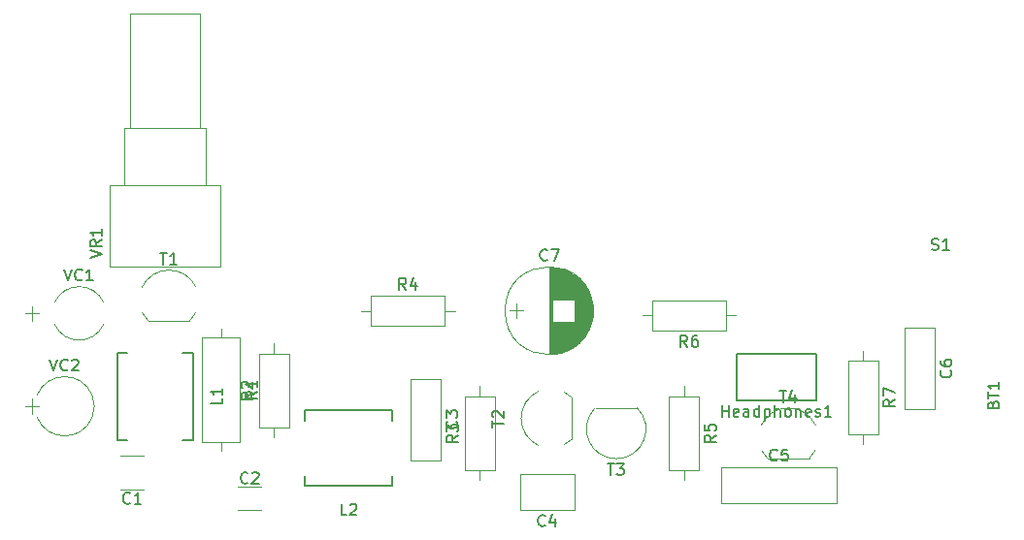
<source format=gbr>
G04 #@! TF.FileFunction,Legend,Top*
%FSLAX46Y46*%
G04 Gerber Fmt 4.6, Leading zero omitted, Abs format (unit mm)*
G04 Created by KiCad (PCBNEW 4.0.5) date 06/01/17 17:38:21*
%MOMM*%
%LPD*%
G01*
G04 APERTURE LIST*
%ADD10C,0.100000*%
%ADD11C,0.120000*%
%ADD12C,0.150000*%
G04 APERTURE END LIST*
D10*
D11*
X87285320Y-116044160D02*
X89285320Y-116044160D01*
X89285320Y-113084160D02*
X87285320Y-113084160D01*
X99550600Y-115774280D02*
X97550600Y-115774280D01*
X97550600Y-117814280D02*
X99550600Y-117814280D01*
X115234080Y-106335000D02*
X115234080Y-113455000D01*
X112614080Y-106335000D02*
X112614080Y-113455000D01*
X115234080Y-106335000D02*
X112614080Y-106335000D01*
X115234080Y-113455000D02*
X112614080Y-113455000D01*
X126850800Y-117770080D02*
X122130800Y-117770080D01*
X126850800Y-114650080D02*
X122130800Y-114650080D01*
X126850800Y-117770080D02*
X126850800Y-114650080D01*
X122130800Y-117770080D02*
X122130800Y-114650080D01*
X139653000Y-114060800D02*
X149773000Y-114060800D01*
X139653000Y-117180800D02*
X149773000Y-117180800D01*
X139653000Y-114060800D02*
X139653000Y-117180800D01*
X149773000Y-114060800D02*
X149773000Y-117180800D01*
X158327720Y-101879840D02*
X158327720Y-108999840D01*
X155707720Y-101879840D02*
X155707720Y-108999840D01*
X158327720Y-101879840D02*
X155707720Y-101879840D01*
X158327720Y-108999840D02*
X155707720Y-108999840D01*
X124667960Y-96596040D02*
X124667960Y-104196040D01*
X124707960Y-96596040D02*
X124707960Y-104196040D01*
X124747960Y-96596040D02*
X124747960Y-104196040D01*
X124787960Y-96597040D02*
X124787960Y-104195040D01*
X124827960Y-96599040D02*
X124827960Y-104193040D01*
X124867960Y-96601040D02*
X124867960Y-104191040D01*
X124907960Y-96603040D02*
X124907960Y-104189040D01*
X124947960Y-96606040D02*
X124947960Y-99416040D01*
X124947960Y-101376040D02*
X124947960Y-104186040D01*
X124987960Y-96609040D02*
X124987960Y-99416040D01*
X124987960Y-101376040D02*
X124987960Y-104183040D01*
X125027960Y-96612040D02*
X125027960Y-99416040D01*
X125027960Y-101376040D02*
X125027960Y-104180040D01*
X125067960Y-96616040D02*
X125067960Y-99416040D01*
X125067960Y-101376040D02*
X125067960Y-104176040D01*
X125107960Y-96621040D02*
X125107960Y-99416040D01*
X125107960Y-101376040D02*
X125107960Y-104171040D01*
X125147960Y-96626040D02*
X125147960Y-99416040D01*
X125147960Y-101376040D02*
X125147960Y-104166040D01*
X125187960Y-96631040D02*
X125187960Y-99416040D01*
X125187960Y-101376040D02*
X125187960Y-104161040D01*
X125227960Y-96637040D02*
X125227960Y-99416040D01*
X125227960Y-101376040D02*
X125227960Y-104155040D01*
X125267960Y-96643040D02*
X125267960Y-99416040D01*
X125267960Y-101376040D02*
X125267960Y-104149040D01*
X125307960Y-96649040D02*
X125307960Y-99416040D01*
X125307960Y-101376040D02*
X125307960Y-104143040D01*
X125347960Y-96656040D02*
X125347960Y-99416040D01*
X125347960Y-101376040D02*
X125347960Y-104136040D01*
X125388960Y-96664040D02*
X125388960Y-99416040D01*
X125388960Y-101376040D02*
X125388960Y-104128040D01*
X125428960Y-96671040D02*
X125428960Y-99416040D01*
X125428960Y-101376040D02*
X125428960Y-104121040D01*
X125468960Y-96680040D02*
X125468960Y-99416040D01*
X125468960Y-101376040D02*
X125468960Y-104112040D01*
X125508960Y-96689040D02*
X125508960Y-99416040D01*
X125508960Y-101376040D02*
X125508960Y-104103040D01*
X125548960Y-96698040D02*
X125548960Y-99416040D01*
X125548960Y-101376040D02*
X125548960Y-104094040D01*
X125588960Y-96707040D02*
X125588960Y-99416040D01*
X125588960Y-101376040D02*
X125588960Y-104085040D01*
X125628960Y-96717040D02*
X125628960Y-99416040D01*
X125628960Y-101376040D02*
X125628960Y-104075040D01*
X125668960Y-96728040D02*
X125668960Y-99416040D01*
X125668960Y-101376040D02*
X125668960Y-104064040D01*
X125708960Y-96739040D02*
X125708960Y-99416040D01*
X125708960Y-101376040D02*
X125708960Y-104053040D01*
X125748960Y-96751040D02*
X125748960Y-99416040D01*
X125748960Y-101376040D02*
X125748960Y-104041040D01*
X125788960Y-96762040D02*
X125788960Y-99416040D01*
X125788960Y-101376040D02*
X125788960Y-104030040D01*
X125828960Y-96775040D02*
X125828960Y-99416040D01*
X125828960Y-101376040D02*
X125828960Y-104017040D01*
X125868960Y-96788040D02*
X125868960Y-99416040D01*
X125868960Y-101376040D02*
X125868960Y-104004040D01*
X125908960Y-96801040D02*
X125908960Y-99416040D01*
X125908960Y-101376040D02*
X125908960Y-103991040D01*
X125948960Y-96815040D02*
X125948960Y-99416040D01*
X125948960Y-101376040D02*
X125948960Y-103977040D01*
X125988960Y-96830040D02*
X125988960Y-99416040D01*
X125988960Y-101376040D02*
X125988960Y-103962040D01*
X126028960Y-96844040D02*
X126028960Y-99416040D01*
X126028960Y-101376040D02*
X126028960Y-103948040D01*
X126068960Y-96860040D02*
X126068960Y-99416040D01*
X126068960Y-101376040D02*
X126068960Y-103932040D01*
X126108960Y-96876040D02*
X126108960Y-99416040D01*
X126108960Y-101376040D02*
X126108960Y-103916040D01*
X126148960Y-96892040D02*
X126148960Y-99416040D01*
X126148960Y-101376040D02*
X126148960Y-103900040D01*
X126188960Y-96909040D02*
X126188960Y-99416040D01*
X126188960Y-101376040D02*
X126188960Y-103883040D01*
X126228960Y-96927040D02*
X126228960Y-99416040D01*
X126228960Y-101376040D02*
X126228960Y-103865040D01*
X126268960Y-96945040D02*
X126268960Y-99416040D01*
X126268960Y-101376040D02*
X126268960Y-103847040D01*
X126308960Y-96963040D02*
X126308960Y-99416040D01*
X126308960Y-101376040D02*
X126308960Y-103829040D01*
X126348960Y-96983040D02*
X126348960Y-99416040D01*
X126348960Y-101376040D02*
X126348960Y-103809040D01*
X126388960Y-97002040D02*
X126388960Y-99416040D01*
X126388960Y-101376040D02*
X126388960Y-103790040D01*
X126428960Y-97023040D02*
X126428960Y-99416040D01*
X126428960Y-101376040D02*
X126428960Y-103769040D01*
X126468960Y-97044040D02*
X126468960Y-99416040D01*
X126468960Y-101376040D02*
X126468960Y-103748040D01*
X126508960Y-97065040D02*
X126508960Y-99416040D01*
X126508960Y-101376040D02*
X126508960Y-103727040D01*
X126548960Y-97087040D02*
X126548960Y-99416040D01*
X126548960Y-101376040D02*
X126548960Y-103705040D01*
X126588960Y-97110040D02*
X126588960Y-99416040D01*
X126588960Y-101376040D02*
X126588960Y-103682040D01*
X126628960Y-97133040D02*
X126628960Y-99416040D01*
X126628960Y-101376040D02*
X126628960Y-103659040D01*
X126668960Y-97157040D02*
X126668960Y-99416040D01*
X126668960Y-101376040D02*
X126668960Y-103635040D01*
X126708960Y-97182040D02*
X126708960Y-99416040D01*
X126708960Y-101376040D02*
X126708960Y-103610040D01*
X126748960Y-97208040D02*
X126748960Y-99416040D01*
X126748960Y-101376040D02*
X126748960Y-103584040D01*
X126788960Y-97234040D02*
X126788960Y-99416040D01*
X126788960Y-101376040D02*
X126788960Y-103558040D01*
X126828960Y-97261040D02*
X126828960Y-99416040D01*
X126828960Y-101376040D02*
X126828960Y-103531040D01*
X126868960Y-97288040D02*
X126868960Y-99416040D01*
X126868960Y-101376040D02*
X126868960Y-103504040D01*
X126908960Y-97317040D02*
X126908960Y-103475040D01*
X126948960Y-97346040D02*
X126948960Y-103446040D01*
X126988960Y-97376040D02*
X126988960Y-103416040D01*
X127028960Y-97406040D02*
X127028960Y-103386040D01*
X127068960Y-97438040D02*
X127068960Y-103354040D01*
X127108960Y-97470040D02*
X127108960Y-103322040D01*
X127148960Y-97504040D02*
X127148960Y-103288040D01*
X127188960Y-97538040D02*
X127188960Y-103254040D01*
X127228960Y-97573040D02*
X127228960Y-103219040D01*
X127268960Y-97610040D02*
X127268960Y-103182040D01*
X127308960Y-97647040D02*
X127308960Y-103145040D01*
X127348960Y-97685040D02*
X127348960Y-103107040D01*
X127388960Y-97725040D02*
X127388960Y-103067040D01*
X127428960Y-97766040D02*
X127428960Y-103026040D01*
X127468960Y-97808040D02*
X127468960Y-102984040D01*
X127508960Y-97851040D02*
X127508960Y-102941040D01*
X127548960Y-97896040D02*
X127548960Y-102896040D01*
X127588960Y-97942040D02*
X127588960Y-102850040D01*
X127628960Y-97989040D02*
X127628960Y-102803040D01*
X127668960Y-98039040D02*
X127668960Y-102753040D01*
X127708960Y-98089040D02*
X127708960Y-102703040D01*
X127748960Y-98142040D02*
X127748960Y-102650040D01*
X127788960Y-98197040D02*
X127788960Y-102595040D01*
X127828960Y-98254040D02*
X127828960Y-102538040D01*
X127868960Y-98313040D02*
X127868960Y-102479040D01*
X127908960Y-98374040D02*
X127908960Y-102418040D01*
X127948960Y-98439040D02*
X127948960Y-102353040D01*
X127988960Y-98506040D02*
X127988960Y-102286040D01*
X128028960Y-98576040D02*
X128028960Y-102216040D01*
X128068960Y-98651040D02*
X128068960Y-102141040D01*
X128108960Y-98729040D02*
X128108960Y-102063040D01*
X128148960Y-98812040D02*
X128148960Y-101980040D01*
X128188960Y-98901040D02*
X128188960Y-101891040D01*
X128228960Y-98996040D02*
X128228960Y-101796040D01*
X128268960Y-99099040D02*
X128268960Y-101693040D01*
X128308960Y-99212040D02*
X128308960Y-101580040D01*
X128348960Y-99339040D02*
X128348960Y-101453040D01*
X128388960Y-99483040D02*
X128388960Y-101309040D01*
X128428960Y-99656040D02*
X128428960Y-101136040D01*
X128468960Y-99883040D02*
X128468960Y-100909040D01*
X121217960Y-100396040D02*
X122417960Y-100396040D01*
X121817960Y-99746040D02*
X121817960Y-101046040D01*
X128507960Y-100396040D02*
G75*
G03X128507960Y-100396040I-3840000J0D01*
G01*
D12*
X140991080Y-108198240D02*
X147991080Y-108198240D01*
X140991080Y-104198240D02*
X147991080Y-104198240D01*
X147991080Y-104198240D02*
X147991080Y-108198240D01*
X140991080Y-104198240D02*
X140991080Y-108198240D01*
X92682060Y-111681260D02*
X93581220Y-111681260D01*
X87881460Y-104081580D02*
X86982300Y-104081580D01*
X86982300Y-104081580D02*
X86982300Y-111681260D01*
X86982300Y-111681260D02*
X87881460Y-111681260D01*
X93581220Y-111681260D02*
X93581220Y-104081580D01*
X93581220Y-104081580D02*
X92682060Y-104081580D01*
X103388160Y-114795300D02*
X103388160Y-115694460D01*
X110987840Y-109994700D02*
X110987840Y-109095540D01*
X110987840Y-109095540D02*
X103388160Y-109095540D01*
X103388160Y-109095540D02*
X103388160Y-109994700D01*
X103388160Y-115694460D02*
X110987840Y-115694460D01*
X110987840Y-115694460D02*
X110987840Y-114795300D01*
D11*
X97712640Y-102739760D02*
X94392640Y-102739760D01*
X94392640Y-102739760D02*
X94392640Y-111859760D01*
X94392640Y-111859760D02*
X97712640Y-111859760D01*
X97712640Y-111859760D02*
X97712640Y-102739760D01*
X96052640Y-101929760D02*
X96052640Y-102739760D01*
X96052640Y-112669760D02*
X96052640Y-111859760D01*
X99365440Y-110575800D02*
X101985440Y-110575800D01*
X101985440Y-110575800D02*
X101985440Y-104155800D01*
X101985440Y-104155800D02*
X99365440Y-104155800D01*
X99365440Y-104155800D02*
X99365440Y-110575800D01*
X100675440Y-111465800D02*
X100675440Y-110575800D01*
X100675440Y-103265800D02*
X100675440Y-104155800D01*
X117287680Y-114304520D02*
X119907680Y-114304520D01*
X119907680Y-114304520D02*
X119907680Y-107884520D01*
X119907680Y-107884520D02*
X117287680Y-107884520D01*
X117287680Y-107884520D02*
X117287680Y-114304520D01*
X118597680Y-115194520D02*
X118597680Y-114304520D01*
X118597680Y-106994520D02*
X118597680Y-107884520D01*
X109134200Y-99101280D02*
X109134200Y-101721280D01*
X109134200Y-101721280D02*
X115554200Y-101721280D01*
X115554200Y-101721280D02*
X115554200Y-99101280D01*
X115554200Y-99101280D02*
X109134200Y-99101280D01*
X108244200Y-100411280D02*
X109134200Y-100411280D01*
X116444200Y-100411280D02*
X115554200Y-100411280D01*
X137763880Y-107884520D02*
X135143880Y-107884520D01*
X135143880Y-107884520D02*
X135143880Y-114304520D01*
X135143880Y-114304520D02*
X137763880Y-114304520D01*
X137763880Y-114304520D02*
X137763880Y-107884520D01*
X136453880Y-106994520D02*
X136453880Y-107884520D01*
X136453880Y-115194520D02*
X136453880Y-114304520D01*
X140090600Y-102097200D02*
X140090600Y-99477200D01*
X140090600Y-99477200D02*
X133670600Y-99477200D01*
X133670600Y-99477200D02*
X133670600Y-102097200D01*
X133670600Y-102097200D02*
X140090600Y-102097200D01*
X140980600Y-100787200D02*
X140090600Y-100787200D01*
X132780600Y-100787200D02*
X133670600Y-100787200D01*
X153384880Y-104765400D02*
X150764880Y-104765400D01*
X150764880Y-104765400D02*
X150764880Y-111185400D01*
X150764880Y-111185400D02*
X153384880Y-111185400D01*
X153384880Y-111185400D02*
X153384880Y-104765400D01*
X152074880Y-103875400D02*
X152074880Y-104765400D01*
X152074880Y-112075400D02*
X152074880Y-111185400D01*
X132320440Y-108873680D02*
X128720440Y-108873680D01*
X132358918Y-108885202D02*
G75*
G02X130520440Y-113323680I-1838478J-1838478D01*
G01*
X128681962Y-108885202D02*
G75*
G03X130520440Y-113323680I1838478J-1838478D01*
G01*
X78972040Y-100629720D02*
X80172040Y-100629720D01*
X79572040Y-99979720D02*
X79572040Y-101279720D01*
X85797250Y-99650392D02*
G75*
G03X81547140Y-99649720I-2125210J-979328D01*
G01*
X85797250Y-101609048D02*
G75*
G02X81547140Y-101609720I-2125210J979328D01*
G01*
X78957440Y-108742480D02*
X80157440Y-108742480D01*
X79557440Y-108092480D02*
X79557440Y-109392480D01*
X84804303Y-107761080D02*
G75*
G03X80010004Y-107762480I-2396863J-981400D01*
G01*
X84804303Y-109723880D02*
G75*
G02X80010004Y-109722480I-2396863J981400D01*
G01*
X84804303Y-109723880D02*
G75*
G03X84804876Y-107762480I-2396863J981400D01*
G01*
X86365200Y-96587840D02*
X86365200Y-89417840D01*
X95985200Y-96587840D02*
X95985200Y-89417840D01*
X86365200Y-96587840D02*
X95985200Y-96587840D01*
X86365200Y-89417840D02*
X95985200Y-89417840D01*
X87615200Y-89417840D02*
X87615200Y-84417840D01*
X94735200Y-89417840D02*
X94735200Y-84417840D01*
X87615200Y-89417840D02*
X94735200Y-89417840D01*
X87615200Y-84417840D02*
X94735200Y-84417840D01*
X88115200Y-84417840D02*
X88115200Y-74416840D01*
X94235200Y-84417840D02*
X94235200Y-74416840D01*
X88115200Y-84417840D02*
X94235200Y-84417840D01*
X88115200Y-74416840D02*
X94235200Y-74416840D01*
X126675760Y-111599120D02*
X126675760Y-107999120D01*
X125948555Y-112123304D02*
G75*
G03X126675760Y-111599120I-1122795J2324184D01*
G01*
X123726953Y-112155520D02*
G75*
G02X122225760Y-109799120I1098807J2356400D01*
G01*
X123726953Y-107442720D02*
G75*
G03X122225760Y-109799120I1098807J-2356400D01*
G01*
X125948555Y-107474936D02*
G75*
G02X126675760Y-107999120I-1122795J-2324184D01*
G01*
X143742000Y-113335680D02*
X147342000Y-113335680D01*
X143217816Y-112608475D02*
G75*
G03X143742000Y-113335680I2324184J1122795D01*
G01*
X143185600Y-110386873D02*
G75*
G02X145542000Y-108885680I2356400J-1098807D01*
G01*
X147898400Y-110386873D02*
G75*
G03X145542000Y-108885680I-2356400J-1098807D01*
G01*
X147866184Y-112608475D02*
G75*
G02X147342000Y-113335680I-2324184J1122795D01*
G01*
X89711120Y-101296080D02*
X93311120Y-101296080D01*
X89186936Y-100568875D02*
G75*
G03X89711120Y-101296080I2324184J1122795D01*
G01*
X89154720Y-98347273D02*
G75*
G02X91511120Y-96846080I2356400J-1098807D01*
G01*
X93867520Y-98347273D02*
G75*
G03X91511120Y-96846080I-2356400J-1098807D01*
G01*
X93835304Y-100568875D02*
G75*
G02X93311120Y-101296080I-2324184J1122795D01*
G01*
D12*
X163402971Y-108588394D02*
X163450590Y-108445537D01*
X163498210Y-108397918D01*
X163593448Y-108350299D01*
X163736305Y-108350299D01*
X163831543Y-108397918D01*
X163879162Y-108445537D01*
X163926781Y-108540775D01*
X163926781Y-108921728D01*
X162926781Y-108921728D01*
X162926781Y-108588394D01*
X162974400Y-108493156D01*
X163022019Y-108445537D01*
X163117257Y-108397918D01*
X163212495Y-108397918D01*
X163307733Y-108445537D01*
X163355352Y-108493156D01*
X163402971Y-108588394D01*
X163402971Y-108921728D01*
X162926781Y-108064585D02*
X162926781Y-107493156D01*
X163926781Y-107778871D02*
X162926781Y-107778871D01*
X163926781Y-106636013D02*
X163926781Y-107207442D01*
X163926781Y-106921728D02*
X162926781Y-106921728D01*
X163069638Y-107016966D01*
X163164876Y-107112204D01*
X163212495Y-107207442D01*
X88118654Y-117171303D02*
X88071035Y-117218922D01*
X87928178Y-117266541D01*
X87832940Y-117266541D01*
X87690082Y-117218922D01*
X87594844Y-117123684D01*
X87547225Y-117028446D01*
X87499606Y-116837970D01*
X87499606Y-116695112D01*
X87547225Y-116504636D01*
X87594844Y-116409398D01*
X87690082Y-116314160D01*
X87832940Y-116266541D01*
X87928178Y-116266541D01*
X88071035Y-116314160D01*
X88118654Y-116361779D01*
X89071035Y-117266541D02*
X88499606Y-117266541D01*
X88785320Y-117266541D02*
X88785320Y-116266541D01*
X88690082Y-116409398D01*
X88594844Y-116504636D01*
X88499606Y-116552255D01*
X98383934Y-115401423D02*
X98336315Y-115449042D01*
X98193458Y-115496661D01*
X98098220Y-115496661D01*
X97955362Y-115449042D01*
X97860124Y-115353804D01*
X97812505Y-115258566D01*
X97764886Y-115068090D01*
X97764886Y-114925232D01*
X97812505Y-114734756D01*
X97860124Y-114639518D01*
X97955362Y-114544280D01*
X98098220Y-114496661D01*
X98193458Y-114496661D01*
X98336315Y-114544280D01*
X98383934Y-114591899D01*
X98764886Y-114591899D02*
X98812505Y-114544280D01*
X98907743Y-114496661D01*
X99145839Y-114496661D01*
X99241077Y-114544280D01*
X99288696Y-114591899D01*
X99336315Y-114687137D01*
X99336315Y-114782375D01*
X99288696Y-114925232D01*
X98717267Y-115496661D01*
X99336315Y-115496661D01*
X116591223Y-110061666D02*
X116638842Y-110109285D01*
X116686461Y-110252142D01*
X116686461Y-110347380D01*
X116638842Y-110490238D01*
X116543604Y-110585476D01*
X116448366Y-110633095D01*
X116257890Y-110680714D01*
X116115032Y-110680714D01*
X115924556Y-110633095D01*
X115829318Y-110585476D01*
X115734080Y-110490238D01*
X115686461Y-110347380D01*
X115686461Y-110252142D01*
X115734080Y-110109285D01*
X115781699Y-110061666D01*
X115686461Y-109728333D02*
X115686461Y-109109285D01*
X116067413Y-109442619D01*
X116067413Y-109299761D01*
X116115032Y-109204523D01*
X116162651Y-109156904D01*
X116257890Y-109109285D01*
X116495985Y-109109285D01*
X116591223Y-109156904D01*
X116638842Y-109204523D01*
X116686461Y-109299761D01*
X116686461Y-109585476D01*
X116638842Y-109680714D01*
X116591223Y-109728333D01*
X124324134Y-119127223D02*
X124276515Y-119174842D01*
X124133658Y-119222461D01*
X124038420Y-119222461D01*
X123895562Y-119174842D01*
X123800324Y-119079604D01*
X123752705Y-118984366D01*
X123705086Y-118793890D01*
X123705086Y-118651032D01*
X123752705Y-118460556D01*
X123800324Y-118365318D01*
X123895562Y-118270080D01*
X124038420Y-118222461D01*
X124133658Y-118222461D01*
X124276515Y-118270080D01*
X124324134Y-118317699D01*
X125181277Y-118555794D02*
X125181277Y-119222461D01*
X124943181Y-118174842D02*
X124705086Y-118889128D01*
X125324134Y-118889128D01*
X144546334Y-113417943D02*
X144498715Y-113465562D01*
X144355858Y-113513181D01*
X144260620Y-113513181D01*
X144117762Y-113465562D01*
X144022524Y-113370324D01*
X143974905Y-113275086D01*
X143927286Y-113084610D01*
X143927286Y-112941752D01*
X143974905Y-112751276D01*
X144022524Y-112656038D01*
X144117762Y-112560800D01*
X144260620Y-112513181D01*
X144355858Y-112513181D01*
X144498715Y-112560800D01*
X144546334Y-112608419D01*
X145451096Y-112513181D02*
X144974905Y-112513181D01*
X144927286Y-112989371D01*
X144974905Y-112941752D01*
X145070143Y-112894133D01*
X145308239Y-112894133D01*
X145403477Y-112941752D01*
X145451096Y-112989371D01*
X145498715Y-113084610D01*
X145498715Y-113322705D01*
X145451096Y-113417943D01*
X145403477Y-113465562D01*
X145308239Y-113513181D01*
X145070143Y-113513181D01*
X144974905Y-113465562D01*
X144927286Y-113417943D01*
X159684863Y-105606506D02*
X159732482Y-105654125D01*
X159780101Y-105796982D01*
X159780101Y-105892220D01*
X159732482Y-106035078D01*
X159637244Y-106130316D01*
X159542006Y-106177935D01*
X159351530Y-106225554D01*
X159208672Y-106225554D01*
X159018196Y-106177935D01*
X158922958Y-106130316D01*
X158827720Y-106035078D01*
X158780101Y-105892220D01*
X158780101Y-105796982D01*
X158827720Y-105654125D01*
X158875339Y-105606506D01*
X158780101Y-104749363D02*
X158780101Y-104939840D01*
X158827720Y-105035078D01*
X158875339Y-105082697D01*
X159018196Y-105177935D01*
X159208672Y-105225554D01*
X159589625Y-105225554D01*
X159684863Y-105177935D01*
X159732482Y-105130316D01*
X159780101Y-105035078D01*
X159780101Y-104844601D01*
X159732482Y-104749363D01*
X159684863Y-104701744D01*
X159589625Y-104654125D01*
X159351530Y-104654125D01*
X159256291Y-104701744D01*
X159208672Y-104749363D01*
X159161053Y-104844601D01*
X159161053Y-105035078D01*
X159208672Y-105130316D01*
X159256291Y-105177935D01*
X159351530Y-105225554D01*
X124501294Y-95943183D02*
X124453675Y-95990802D01*
X124310818Y-96038421D01*
X124215580Y-96038421D01*
X124072722Y-95990802D01*
X123977484Y-95895564D01*
X123929865Y-95800326D01*
X123882246Y-95609850D01*
X123882246Y-95466992D01*
X123929865Y-95276516D01*
X123977484Y-95181278D01*
X124072722Y-95086040D01*
X124215580Y-95038421D01*
X124310818Y-95038421D01*
X124453675Y-95086040D01*
X124501294Y-95133659D01*
X124834627Y-95038421D02*
X125501294Y-95038421D01*
X125072722Y-96038421D01*
X139752984Y-109650621D02*
X139752984Y-108650621D01*
X139752984Y-109126811D02*
X140324413Y-109126811D01*
X140324413Y-109650621D02*
X140324413Y-108650621D01*
X141181556Y-109603002D02*
X141086318Y-109650621D01*
X140895841Y-109650621D01*
X140800603Y-109603002D01*
X140752984Y-109507764D01*
X140752984Y-109126811D01*
X140800603Y-109031573D01*
X140895841Y-108983954D01*
X141086318Y-108983954D01*
X141181556Y-109031573D01*
X141229175Y-109126811D01*
X141229175Y-109222050D01*
X140752984Y-109317288D01*
X142086318Y-109650621D02*
X142086318Y-109126811D01*
X142038699Y-109031573D01*
X141943461Y-108983954D01*
X141752984Y-108983954D01*
X141657746Y-109031573D01*
X142086318Y-109603002D02*
X141991080Y-109650621D01*
X141752984Y-109650621D01*
X141657746Y-109603002D01*
X141610127Y-109507764D01*
X141610127Y-109412526D01*
X141657746Y-109317288D01*
X141752984Y-109269669D01*
X141991080Y-109269669D01*
X142086318Y-109222050D01*
X142991080Y-109650621D02*
X142991080Y-108650621D01*
X142991080Y-109603002D02*
X142895842Y-109650621D01*
X142705365Y-109650621D01*
X142610127Y-109603002D01*
X142562508Y-109555383D01*
X142514889Y-109460145D01*
X142514889Y-109174430D01*
X142562508Y-109079192D01*
X142610127Y-109031573D01*
X142705365Y-108983954D01*
X142895842Y-108983954D01*
X142991080Y-109031573D01*
X143467270Y-108983954D02*
X143467270Y-109983954D01*
X143467270Y-109031573D02*
X143562508Y-108983954D01*
X143752985Y-108983954D01*
X143848223Y-109031573D01*
X143895842Y-109079192D01*
X143943461Y-109174430D01*
X143943461Y-109460145D01*
X143895842Y-109555383D01*
X143848223Y-109603002D01*
X143752985Y-109650621D01*
X143562508Y-109650621D01*
X143467270Y-109603002D01*
X144372032Y-109650621D02*
X144372032Y-108650621D01*
X144800604Y-109650621D02*
X144800604Y-109126811D01*
X144752985Y-109031573D01*
X144657747Y-108983954D01*
X144514889Y-108983954D01*
X144419651Y-109031573D01*
X144372032Y-109079192D01*
X145419651Y-109650621D02*
X145324413Y-109603002D01*
X145276794Y-109555383D01*
X145229175Y-109460145D01*
X145229175Y-109174430D01*
X145276794Y-109079192D01*
X145324413Y-109031573D01*
X145419651Y-108983954D01*
X145562509Y-108983954D01*
X145657747Y-109031573D01*
X145705366Y-109079192D01*
X145752985Y-109174430D01*
X145752985Y-109460145D01*
X145705366Y-109555383D01*
X145657747Y-109603002D01*
X145562509Y-109650621D01*
X145419651Y-109650621D01*
X146181556Y-108983954D02*
X146181556Y-109650621D01*
X146181556Y-109079192D02*
X146229175Y-109031573D01*
X146324413Y-108983954D01*
X146467271Y-108983954D01*
X146562509Y-109031573D01*
X146610128Y-109126811D01*
X146610128Y-109650621D01*
X147467271Y-109603002D02*
X147372033Y-109650621D01*
X147181556Y-109650621D01*
X147086318Y-109603002D01*
X147038699Y-109507764D01*
X147038699Y-109126811D01*
X147086318Y-109031573D01*
X147181556Y-108983954D01*
X147372033Y-108983954D01*
X147467271Y-109031573D01*
X147514890Y-109126811D01*
X147514890Y-109222050D01*
X147038699Y-109317288D01*
X147895842Y-109603002D02*
X147991080Y-109650621D01*
X148181556Y-109650621D01*
X148276795Y-109603002D01*
X148324414Y-109507764D01*
X148324414Y-109460145D01*
X148276795Y-109364907D01*
X148181556Y-109317288D01*
X148038699Y-109317288D01*
X147943461Y-109269669D01*
X147895842Y-109174430D01*
X147895842Y-109126811D01*
X147943461Y-109031573D01*
X148038699Y-108983954D01*
X148181556Y-108983954D01*
X148276795Y-109031573D01*
X149276795Y-109650621D02*
X148705366Y-109650621D01*
X148991080Y-109650621D02*
X148991080Y-108650621D01*
X148895842Y-108793478D01*
X148800604Y-108888716D01*
X148705366Y-108936335D01*
X96134181Y-108048086D02*
X96134181Y-108524277D01*
X95134181Y-108524277D01*
X96134181Y-107190943D02*
X96134181Y-107762372D01*
X96134181Y-107476658D02*
X95134181Y-107476658D01*
X95277038Y-107571896D01*
X95372276Y-107667134D01*
X95419895Y-107762372D01*
X107021334Y-118247421D02*
X106545143Y-118247421D01*
X106545143Y-117247421D01*
X107307048Y-117342659D02*
X107354667Y-117295040D01*
X107449905Y-117247421D01*
X107688001Y-117247421D01*
X107783239Y-117295040D01*
X107830858Y-117342659D01*
X107878477Y-117437897D01*
X107878477Y-117533135D01*
X107830858Y-117675992D01*
X107259429Y-118247421D01*
X107878477Y-118247421D01*
X99165021Y-107466426D02*
X98688830Y-107799760D01*
X99165021Y-108037855D02*
X98165021Y-108037855D01*
X98165021Y-107656902D01*
X98212640Y-107561664D01*
X98260259Y-107514045D01*
X98355497Y-107466426D01*
X98498354Y-107466426D01*
X98593592Y-107514045D01*
X98641211Y-107561664D01*
X98688830Y-107656902D01*
X98688830Y-108037855D01*
X99165021Y-106514045D02*
X99165021Y-107085474D01*
X99165021Y-106799760D02*
X98165021Y-106799760D01*
X98307878Y-106894998D01*
X98403116Y-106990236D01*
X98450735Y-107085474D01*
X98817821Y-107532466D02*
X98341630Y-107865800D01*
X98817821Y-108103895D02*
X97817821Y-108103895D01*
X97817821Y-107722942D01*
X97865440Y-107627704D01*
X97913059Y-107580085D01*
X98008297Y-107532466D01*
X98151154Y-107532466D01*
X98246392Y-107580085D01*
X98294011Y-107627704D01*
X98341630Y-107722942D01*
X98341630Y-108103895D01*
X97913059Y-107151514D02*
X97865440Y-107103895D01*
X97817821Y-107008657D01*
X97817821Y-106770561D01*
X97865440Y-106675323D01*
X97913059Y-106627704D01*
X98008297Y-106580085D01*
X98103535Y-106580085D01*
X98246392Y-106627704D01*
X98817821Y-107199133D01*
X98817821Y-106580085D01*
X116740061Y-111261186D02*
X116263870Y-111594520D01*
X116740061Y-111832615D02*
X115740061Y-111832615D01*
X115740061Y-111451662D01*
X115787680Y-111356424D01*
X115835299Y-111308805D01*
X115930537Y-111261186D01*
X116073394Y-111261186D01*
X116168632Y-111308805D01*
X116216251Y-111356424D01*
X116263870Y-111451662D01*
X116263870Y-111832615D01*
X115740061Y-110927853D02*
X115740061Y-110308805D01*
X116121013Y-110642139D01*
X116121013Y-110499281D01*
X116168632Y-110404043D01*
X116216251Y-110356424D01*
X116311490Y-110308805D01*
X116549585Y-110308805D01*
X116644823Y-110356424D01*
X116692442Y-110404043D01*
X116740061Y-110499281D01*
X116740061Y-110784996D01*
X116692442Y-110880234D01*
X116644823Y-110927853D01*
X112177534Y-98553661D02*
X111844200Y-98077470D01*
X111606105Y-98553661D02*
X111606105Y-97553661D01*
X111987058Y-97553661D01*
X112082296Y-97601280D01*
X112129915Y-97648899D01*
X112177534Y-97744137D01*
X112177534Y-97886994D01*
X112129915Y-97982232D01*
X112082296Y-98029851D01*
X111987058Y-98077470D01*
X111606105Y-98077470D01*
X113034677Y-97886994D02*
X113034677Y-98553661D01*
X112796581Y-97506042D02*
X112558486Y-98220328D01*
X113177534Y-98220328D01*
X139216261Y-111261186D02*
X138740070Y-111594520D01*
X139216261Y-111832615D02*
X138216261Y-111832615D01*
X138216261Y-111451662D01*
X138263880Y-111356424D01*
X138311499Y-111308805D01*
X138406737Y-111261186D01*
X138549594Y-111261186D01*
X138644832Y-111308805D01*
X138692451Y-111356424D01*
X138740070Y-111451662D01*
X138740070Y-111832615D01*
X138216261Y-110356424D02*
X138216261Y-110832615D01*
X138692451Y-110880234D01*
X138644832Y-110832615D01*
X138597213Y-110737377D01*
X138597213Y-110499281D01*
X138644832Y-110404043D01*
X138692451Y-110356424D01*
X138787690Y-110308805D01*
X139025785Y-110308805D01*
X139121023Y-110356424D01*
X139168642Y-110404043D01*
X139216261Y-110499281D01*
X139216261Y-110737377D01*
X139168642Y-110832615D01*
X139121023Y-110880234D01*
X136713934Y-103549581D02*
X136380600Y-103073390D01*
X136142505Y-103549581D02*
X136142505Y-102549581D01*
X136523458Y-102549581D01*
X136618696Y-102597200D01*
X136666315Y-102644819D01*
X136713934Y-102740057D01*
X136713934Y-102882914D01*
X136666315Y-102978152D01*
X136618696Y-103025771D01*
X136523458Y-103073390D01*
X136142505Y-103073390D01*
X137571077Y-102549581D02*
X137380600Y-102549581D01*
X137285362Y-102597200D01*
X137237743Y-102644819D01*
X137142505Y-102787676D01*
X137094886Y-102978152D01*
X137094886Y-103359105D01*
X137142505Y-103454343D01*
X137190124Y-103501962D01*
X137285362Y-103549581D01*
X137475839Y-103549581D01*
X137571077Y-103501962D01*
X137618696Y-103454343D01*
X137666315Y-103359105D01*
X137666315Y-103121010D01*
X137618696Y-103025771D01*
X137571077Y-102978152D01*
X137475839Y-102930533D01*
X137285362Y-102930533D01*
X137190124Y-102978152D01*
X137142505Y-103025771D01*
X137094886Y-103121010D01*
X154837261Y-108142066D02*
X154361070Y-108475400D01*
X154837261Y-108713495D02*
X153837261Y-108713495D01*
X153837261Y-108332542D01*
X153884880Y-108237304D01*
X153932499Y-108189685D01*
X154027737Y-108142066D01*
X154170594Y-108142066D01*
X154265832Y-108189685D01*
X154313451Y-108237304D01*
X154361070Y-108332542D01*
X154361070Y-108713495D01*
X153837261Y-107808733D02*
X153837261Y-107142066D01*
X154837261Y-107570638D01*
X158038895Y-95045162D02*
X158181752Y-95092781D01*
X158419848Y-95092781D01*
X158515086Y-95045162D01*
X158562705Y-94997543D01*
X158610324Y-94902305D01*
X158610324Y-94807067D01*
X158562705Y-94711829D01*
X158515086Y-94664210D01*
X158419848Y-94616590D01*
X158229371Y-94568971D01*
X158134133Y-94521352D01*
X158086514Y-94473733D01*
X158038895Y-94378495D01*
X158038895Y-94283257D01*
X158086514Y-94188019D01*
X158134133Y-94140400D01*
X158229371Y-94092781D01*
X158467467Y-94092781D01*
X158610324Y-94140400D01*
X159562705Y-95092781D02*
X158991276Y-95092781D01*
X159276990Y-95092781D02*
X159276990Y-94092781D01*
X159181752Y-94235638D01*
X159086514Y-94330876D01*
X158991276Y-94378495D01*
X129758535Y-113736061D02*
X130329964Y-113736061D01*
X130044249Y-114736061D02*
X130044249Y-113736061D01*
X130568059Y-113736061D02*
X131187107Y-113736061D01*
X130853773Y-114117013D01*
X130996631Y-114117013D01*
X131091869Y-114164632D01*
X131139488Y-114212251D01*
X131187107Y-114307490D01*
X131187107Y-114545585D01*
X131139488Y-114640823D01*
X131091869Y-114688442D01*
X130996631Y-114736061D01*
X130710916Y-114736061D01*
X130615678Y-114688442D01*
X130568059Y-114640823D01*
X82362516Y-96772101D02*
X82695849Y-97772101D01*
X83029183Y-96772101D01*
X83933945Y-97676863D02*
X83886326Y-97724482D01*
X83743469Y-97772101D01*
X83648231Y-97772101D01*
X83505373Y-97724482D01*
X83410135Y-97629244D01*
X83362516Y-97534006D01*
X83314897Y-97343530D01*
X83314897Y-97200672D01*
X83362516Y-97010196D01*
X83410135Y-96914958D01*
X83505373Y-96819720D01*
X83648231Y-96772101D01*
X83743469Y-96772101D01*
X83886326Y-96819720D01*
X83933945Y-96867339D01*
X84886326Y-97772101D02*
X84314897Y-97772101D01*
X84600611Y-97772101D02*
X84600611Y-96772101D01*
X84505373Y-96914958D01*
X84410135Y-97010196D01*
X84314897Y-97057815D01*
X81097916Y-104634861D02*
X81431249Y-105634861D01*
X81764583Y-104634861D01*
X82669345Y-105539623D02*
X82621726Y-105587242D01*
X82478869Y-105634861D01*
X82383631Y-105634861D01*
X82240773Y-105587242D01*
X82145535Y-105492004D01*
X82097916Y-105396766D01*
X82050297Y-105206290D01*
X82050297Y-105063432D01*
X82097916Y-104872956D01*
X82145535Y-104777718D01*
X82240773Y-104682480D01*
X82383631Y-104634861D01*
X82478869Y-104634861D01*
X82621726Y-104682480D01*
X82669345Y-104730099D01*
X83050297Y-104730099D02*
X83097916Y-104682480D01*
X83193154Y-104634861D01*
X83431250Y-104634861D01*
X83526488Y-104682480D01*
X83574107Y-104730099D01*
X83621726Y-104825337D01*
X83621726Y-104920575D01*
X83574107Y-105063432D01*
X83002678Y-105634861D01*
X83621726Y-105634861D01*
X84627581Y-95787364D02*
X85627581Y-95454031D01*
X84627581Y-95120697D01*
X85627581Y-94215935D02*
X85151390Y-94549269D01*
X85627581Y-94787364D02*
X84627581Y-94787364D01*
X84627581Y-94406411D01*
X84675200Y-94311173D01*
X84722819Y-94263554D01*
X84818057Y-94215935D01*
X84960914Y-94215935D01*
X85056152Y-94263554D01*
X85103771Y-94311173D01*
X85151390Y-94406411D01*
X85151390Y-94787364D01*
X85627581Y-93263554D02*
X85627581Y-93834983D01*
X85627581Y-93549269D02*
X84627581Y-93549269D01*
X84770438Y-93644507D01*
X84865676Y-93739745D01*
X84913295Y-93834983D01*
X119708141Y-110561025D02*
X119708141Y-109989596D01*
X120708141Y-110275311D02*
X119708141Y-110275311D01*
X119803379Y-109703882D02*
X119755760Y-109656263D01*
X119708141Y-109561025D01*
X119708141Y-109322929D01*
X119755760Y-109227691D01*
X119803379Y-109180072D01*
X119898617Y-109132453D01*
X119993855Y-109132453D01*
X120136712Y-109180072D01*
X120708141Y-109751501D01*
X120708141Y-109132453D01*
X144780095Y-107378061D02*
X145351524Y-107378061D01*
X145065809Y-108378061D02*
X145065809Y-107378061D01*
X146113429Y-107711394D02*
X146113429Y-108378061D01*
X145875333Y-107330442D02*
X145637238Y-108044728D01*
X146256286Y-108044728D01*
X90749215Y-95338461D02*
X91320644Y-95338461D01*
X91034929Y-96338461D02*
X91034929Y-95338461D01*
X92177787Y-96338461D02*
X91606358Y-96338461D01*
X91892072Y-96338461D02*
X91892072Y-95338461D01*
X91796834Y-95481318D01*
X91701596Y-95576556D01*
X91606358Y-95624175D01*
M02*

</source>
